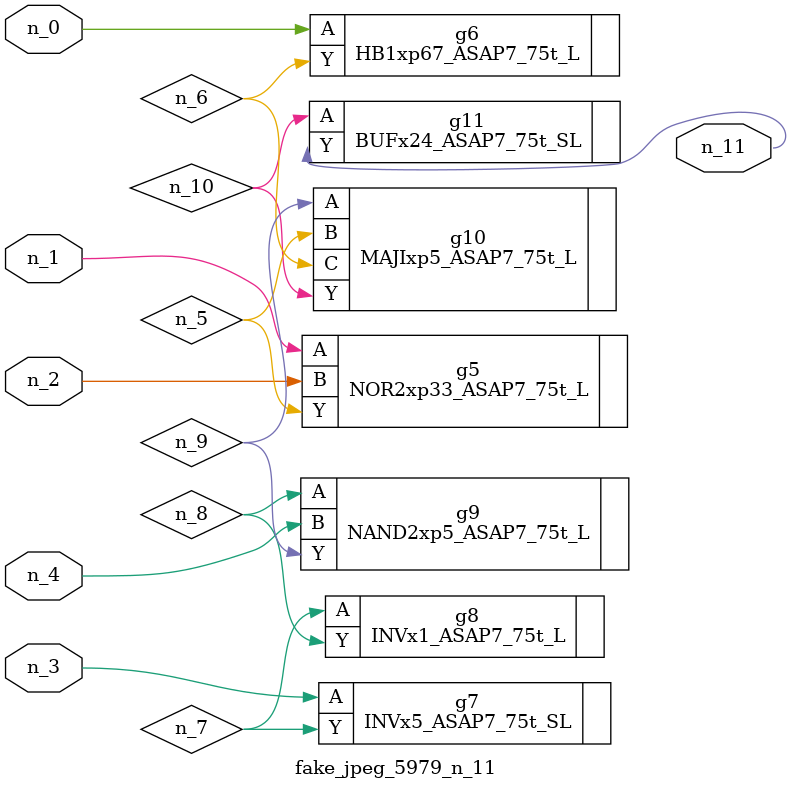
<source format=v>
module fake_jpeg_5979_n_11 (n_3, n_2, n_1, n_0, n_4, n_11);

input n_3;
input n_2;
input n_1;
input n_0;
input n_4;

output n_11;

wire n_10;
wire n_8;
wire n_9;
wire n_6;
wire n_5;
wire n_7;

NOR2xp33_ASAP7_75t_L g5 ( 
.A(n_1),
.B(n_2),
.Y(n_5)
);

HB1xp67_ASAP7_75t_L g6 ( 
.A(n_0),
.Y(n_6)
);

INVx5_ASAP7_75t_SL g7 ( 
.A(n_3),
.Y(n_7)
);

INVx1_ASAP7_75t_L g8 ( 
.A(n_7),
.Y(n_8)
);

NAND2xp5_ASAP7_75t_L g9 ( 
.A(n_8),
.B(n_4),
.Y(n_9)
);

MAJIxp5_ASAP7_75t_L g10 ( 
.A(n_9),
.B(n_5),
.C(n_6),
.Y(n_10)
);

BUFx24_ASAP7_75t_SL g11 ( 
.A(n_10),
.Y(n_11)
);


endmodule
</source>
